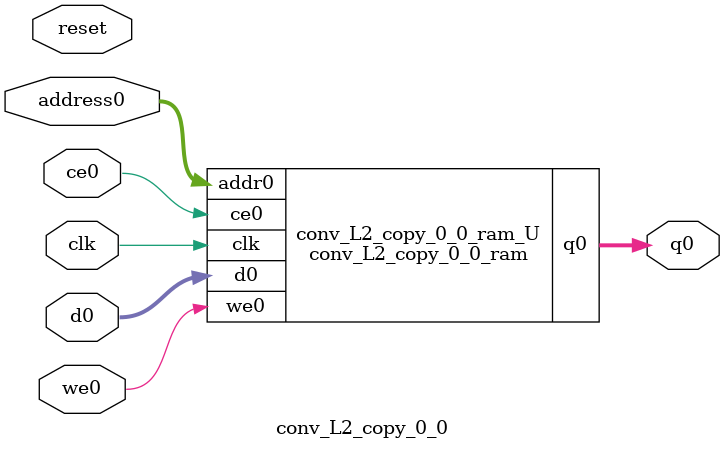
<source format=v>

`timescale 1 ns / 1 ps
module conv_L2_copy_0_0_ram (addr0, ce0, d0, we0, q0,  clk);

parameter DWIDTH = 32;
parameter AWIDTH = 3;
parameter MEM_SIZE = 5;

input[AWIDTH-1:0] addr0;
input ce0;
input[DWIDTH-1:0] d0;
input we0;
output reg[DWIDTH-1:0] q0;
input clk;

(* ram_style = "distributed" *)reg [DWIDTH-1:0] ram[MEM_SIZE-1:0];




always @(posedge clk)  
begin 
    if (ce0) 
    begin
        if (we0) 
        begin 
            ram[addr0] <= d0; 
            q0 <= d0;
        end 
        else 
            q0 <= ram[addr0];
    end
end


endmodule


`timescale 1 ns / 1 ps
module conv_L2_copy_0_0(
    reset,
    clk,
    address0,
    ce0,
    we0,
    d0,
    q0);

parameter DataWidth = 32'd32;
parameter AddressRange = 32'd5;
parameter AddressWidth = 32'd3;
input reset;
input clk;
input[AddressWidth - 1:0] address0;
input ce0;
input we0;
input[DataWidth - 1:0] d0;
output[DataWidth - 1:0] q0;




conv_L2_copy_0_0_ram conv_L2_copy_0_0_ram_U(
    .clk( clk ),
    .addr0( address0 ),
    .ce0( ce0 ),
    .d0( d0 ),
    .we0( we0 ),
    .q0( q0 ));

endmodule


</source>
